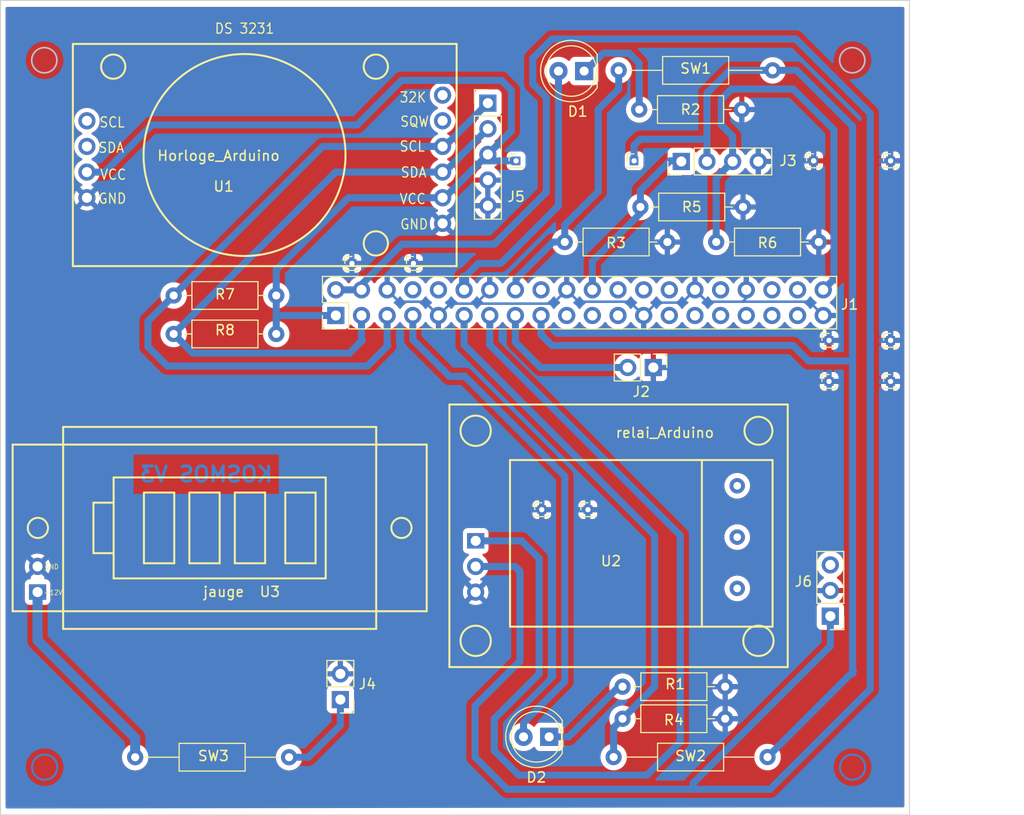
<source format=kicad_pcb>
(kicad_pcb (version 20211014) (generator pcbnew)
  (layers (0 "F.Cu" signal) (31 "B.Cu" signal) (34 "B.Paste" user) (35 "F.Paste" user) (36 "B.SilkS" user "B.Silkscreen") (37 "F.SilkS" user "F.Silkscreen") (38 "B.Mask" user) (39 "F.Mask" user) (44 "Edge.Cuts" user))
  (net 0 "")
  (net 1 "Net-(D1-Pad1)")
  (net 2 "GPIO18")
  (net 3 "Net-(D2-Pad1)")
  (net 4 "GPIO4")
  (net 5 "+5V")
  (net 6 "GND")
  (net 9 "GPIO17")
  (net 10 "GPIO23")
  (net 14 "GPIO25")
  (net 28 "GPIO21")
  (net 29 "Net-(J4-Pad1)")
  (net 36 "Net-(SW3-Pad1)")
  (net 37 "Net-(J1-Pad15)")
  (net 38 "GPIO2")
  (net 39 "GPIO3")
  (net 41 "unconnected-(J1-Pad13)")
  (net 42 "+3V3")
  (net 44 "GPIO27")
  (footprint "Connector_PinHeader_1.00mm:PinHeader_1x01_P1.00mm_Vertical" (layer "F.Cu") (at 175.768 78.74)
    (fp_text reference "REF**" hide)
    (fp_text value "PinHeader_1x01_P1.00mm_Vertical")
    (pad "1" thru_hole rect (at 0 0) (size 0.85 0.85) (drill 0.5) (layers *.Cu *.Mask) (net 6 "GND"))
    (pad "1" thru_hole rect (at 0 0) (size 0.85 0.85) (drill 0.5) (layers *.Cu *.Mask) (net 6 "GND"))
    (pad "1" thru_hole rect (at 0 0) (size 0.85 0.85) (drill 0.5) (layers *.Cu *.Mask) (net 6 "GND"))
    (pad "1" thru_hole rect (at 0 0) (size 0.85 0.85) (drill 0.5) (layers *.Cu *.Mask) (net 6 "GND"))
  )
  (footprint "Connector_PinHeader_1.00mm:PinHeader_1x01_P1.00mm_Vertical" (layer "F.Cu") (at 168.148 60.96)
    (fp_text reference "REF**" hide)
    (fp_text value "PinHeader_1x01_P1.00mm_Vertical")
    (pad "1" thru_hole rect (at 0 0) (size 0.85 0.85) (drill 0.5) (layers *.Cu *.Mask) (net 6 "GND"))
    (pad "1" thru_hole rect (at 0 0) (size 0.85 0.85) (drill 0.5) (layers *.Cu *.Mask) (net 6 "GND"))
    (pad "1" thru_hole rect (at 0 0) (size 0.85 0.85) (drill 0.5) (layers *.Cu *.Mask) (net 6 "GND"))
    (pad "1" thru_hole rect (at 0 0) (size 0.85 0.85) (drill 0.5) (layers *.Cu *.Mask) (net 6 "GND"))
  )
  (footprint "Connector_PinHeader_1.00mm:PinHeader_1x01_P1.00mm_Vertical" (layer "F.Cu") (at 145.796 95.504)
    (fp_text reference "REF**" hide)
    (fp_text value "PinHeader_1x01_P1.00mm_Vertical")
    (pad "1" thru_hole rect (at 0 0) (size 0.85 0.85) (drill 0.5) (layers *.Cu *.Mask) (net 6 "GND"))
    (pad "1" thru_hole rect (at 0 0) (size 0.85 0.85) (drill 0.5) (layers *.Cu *.Mask) (net 6 "GND"))
  )
  (footprint "Ma_librairie1:Rtc_arduino" (layer "F.Cu") (at 94.685 49.415)
    (fp_text reference "U1" (at 15.043 14.085 unlocked) (layer "F.SilkS"))
    (fp_text value "Horloge_Arduino" (at 14.535 11.037 unlocked) (layer "F.SilkS"))
    (fp_text user "VCC" (at 2.738536 12.328536) (layer "F.SilkS") (effects (font (size 1 0.9) (thickness 0.125)) (justify left top)))
    (fp_text user "SDA" (at 2.568788 9.66) (layer "F.SilkS") (effects (font (size 1 0.9) (thickness 0.125)) (justify left top)))
    (fp_text user "SDA" (at 32.509862 12.10463) (layer "F.SilkS") (effects (font (size 1 0.9) (thickness 0.125)) (justify left top)))
    (fp_text user "SCL" (at 32.395583 9.533349) (layer "F.SilkS") (effects (font (size 1 0.9) (thickness 0.125)) (justify left top)))
    (fp_text user "DS 3231" (at 14.096081 -2.13969) (layer "F.SilkS") (effects (font (size 1 0.9) (thickness 0.125)) (justify left top)))
    (fp_text user "SCL" (at 2.668782 7.147829) (layer "F.SilkS") (effects (font (size 1 0.9) (thickness 0.125)) (justify left top)))
    (fp_text user "GND" (at 32.452722 17.247192) (layer "F.SilkS") (effects (font (size 1 0.9) (thickness 0.125)) (justify left top)))
    (fp_text user "GND" (at 2.567117 14.697117) (layer "F.SilkS") (effects (font (size 1 0.9) (thickness 0.125)) (justify left top)))
    (fp_text user "SQW" (at 32.452722 7.076347) (layer "F.SilkS") (effects (font (size 1 0.9) (thickness 0.125)) (justify left top)))
    (fp_text user "VCC" (at 32.395583 14.733051) (layer "F.SilkS") (effects (font (size 1 0.9) (thickness 0.125)) (justify left top)))
    (fp_text user "32K" (at 32.395583 4.676485) (layer "F.SilkS") (effects (font (size 1 0.9) (thickness 0.125)) (justify left top)))
    (pad "1" thru_hole circle (at 1.5 7.58) (size 1.7 1.7) (drill 1) (layers *.Cu *.Mask))
    (pad "2" thru_hole circle (at 1.5 10.12) (size 1.7 1.7) (drill 1) (layers *.Cu *.Mask))
    (pad "3" thru_hole circle (at 1.5 12.66) (size 1.7 1.7) (drill 1) (layers *.Cu *.Mask) (net 42 "+3V3"))
    (pad "4" thru_hole circle (at 1.5 15.2) (size 1.7 1.7) (drill 1) (layers *.Cu *.Mask) (net 6 "GND"))
    (pad "5" thru_hole circle (at 36.72 17.74) (size 1.7 1.7) (drill 1) (layers *.Cu *.Mask) (net 6 "GND"))
    (pad "6" thru_hole circle (at 36.72 15.2) (size 1.7 1.7) (drill 1) (layers *.Cu *.Mask) (net 42 "+3V3"))
    (pad "7" thru_hole circle (at 36.72 12.66) (size 1.7 1.7) (drill 1) (layers *.Cu *.Mask) (net 38 "GPIO2"))
    (pad "8" thru_hole circle (at 36.72 10.12) (size 1.7 1.7) (drill 1) (layers *.Cu *.Mask) (net 39 "GPIO3"))
    (pad "9" thru_hole circle (at 36.72 7.58) (size 1.7 1.7) (drill 1) (layers *.Cu *.Mask))
    (pad "10" thru_hole circle (at 36.72 5.04) (size 1.7 1.7) (drill 1) (layers *.Cu *.Mask))
  )
  (footprint "Connector_PinHeader_1.00mm:PinHeader_1x01_P1.00mm_Vertical" (layer "F.Cu") (at 150.368 60.96)
    (fp_text reference "REF**" hide)
    (fp_text value "PinHeader_1x01_P1.00mm_Vertical")
    (pad "1" thru_hole rect (at 0 0) (size 0.85 0.85) (drill 0.5) (layers *.Cu *.Mask) (net 42 "+3V3"))
    (pad "1" thru_hole rect (at 0 0) (size 0.85 0.85) (drill 0.5) (layers *.Cu *.Mask) (net 42 "+3V3"))
  )
  (footprint "Resistor_THT:R_Axial_DIN0207_L6.3mm_D2.5mm_P15.24mm_Horizontal" (layer "F.Cu") (at 100.965 120.015)
    (fp_text reference "SW3" (at 7.747 -0.127) (layer "F.SilkS"))
    (fp_text value "SW_Reed")
    (pad "1" thru_hole circle (at 0 0) (size 1.6 1.6) (drill 0.8) (layers *.Cu *.Mask) (net 36 "Net-(SW3-Pad1)"))
    (pad "2" thru_hole oval (at 15.24 0) (size 1.6 1.6) (drill 0.8) (layers *.Cu *.Mask) (net 29 "Net-(J4-Pad1)"))
  )
  (footprint "Ma_librairie1:Relai_arduino" (layer "F.Cu") (at 132.08 85.09)
    (fp_text reference "U2" (at 16 15.5 unlocked) (layer "F.SilkS"))
    (fp_text value "relai_Arduino" (at 21.336 2.794 unlocked) (layer "F.SilkS"))
    (pad "1" thru_hole rect (at 2.6 13.5) (size 1.7 1.524) (drill 1) (layers *.Cu *.Mask) (net 44 "GPIO27"))
    (pad "2" thru_hole circle (at 2.6 16.04) (size 1.7 1.7) (drill 1) (layers *.Cu *.Mask) (net 5 "+5V"))
    (pad "3" thru_hole circle (at 2.6 18.58) (size 1.7 1.7) (drill 1) (layers *.Cu *.Mask) (net 6 "GND"))
    (pad "4" thru_hole circle (at 28.5 18.21) (size 1.524 1.524) (drill 0.762) (layers *.Cu *.Mask))
    (pad "5" thru_hole circle (at 28.5 13.13) (size 1.524 1.524) (drill 0.762) (layers *.Cu *.Mask))
    (pad "6" thru_hole circle (at 28.5 8.05) (size 1.524 1.524) (drill 0.762) (layers *.Cu *.Mask))
  )
  (footprint "Connector_PinHeader_1.00mm:PinHeader_1x01_P1.00mm_Vertical" (layer "F.Cu") (at 138.684 60.96)
    (fp_text reference "REF**" hide)
    (fp_text value "PinHeader_1x01_P1.00mm_Vertical")
    (pad "1" thru_hole rect (at 0 0) (size 0.85 0.85) (drill 0.5) (layers *.Cu *.Mask) (net 42 "+3V3"))
    (pad "1" thru_hole rect (at 0 0) (size 0.85 0.85) (drill 0.5) (layers *.Cu *.Mask) (net 42 "+3V3"))
  )
  (footprint "Ma_librairie1:Jauge_arduino" (layer "F.Cu") (at 88.758 87.15)
    (fp_text reference "U3" (at 25.542 16.482 unlocked) (layer "F.SilkS"))
    (fp_text value "jauge" (at 20.97 16.482 unlocked) (layer "F.SilkS"))
    (fp_text user "+12V" (at 3.156424 16.266353) (layer "F.SilkS") (effects (font (size 0.5 0.45) (thickness 0.0625)) (justify left top)))
    (fp_text user "GND" (at 3.213528 13.714811) (layer "F.SilkS") (effects (font (size 0.5 0.45) (thickness 0.0625)) (justify left top)))
    (pad "1" thru_hole rect (at 2.54 16.51) (size 1.7 1.524) (drill 1) (layers *.Cu *.Mask) (net 36 "Net-(SW3-Pad1)"))
    (pad "2" thru_hole circle (at 2.54 13.97) (size 1.7 1.7) (drill 1) (layers *.Cu *.Mask) (net 6 "GND"))
  )
  (footprint "Connector_PinHeader_2.54mm:PinHeader_2x20_P2.54mm_Vertical" (layer "F.Cu") (at 120.83619 76.275 90)
    (fp_text reference "J1" (at 1.091 50.86781) (layer "F.SilkS"))
    (fp_text value "Raspberry_Pi_2_3")
    (pad "1" thru_hole rect (at 0 0 90) (size 1.7 1.7) (drill 1) (layers *.Cu *.Mask) (net 42 "+3V3"))
    (pad "2" thru_hole oval (at 2.54 0 90) (size 1.7 1.7) (drill 1) (layers *.Cu *.Mask) (net 5 "+5V"))
    (pad "3" thru_hole oval (at 0 2.54 90) (size 1.7 1.7) (drill 1) (layers *.Cu *.Mask) (net 38 "GPIO2"))
    (pad "4" thru_hole oval (at 2.54 2.54 90) (size 1.7 1.7) (drill 1) (layers *.Cu *.Mask) (net 5 "+5V"))
    (pad "5" thru_hole oval (at 0 5.08 90) (size 1.7 1.7) (drill 1) (layers *.Cu *.Mask) (net 39 "GPIO3"))
    (pad "6" thru_hole oval (at 2.54 5.08 90) (size 1.7 1.7) (drill 1) (layers *.Cu *.Mask) (net 6 "GND"))
    (pad "7" thru_hole oval (at 0 7.62 90) (size 1.7 1.7) (drill 1) (layers *.Cu *.Mask) (net 4 "GPIO4"))
    (pad "8" thru_hole oval (at 2.54 7.62 90) (size 1.7 1.7) (drill 1) (layers *.Cu *.Mask))
    (pad "9" thru_hole oval (at 0 10.16 90) (size 1.7 1.7) (drill 1) (layers *.Cu *.Mask) (net 6 "GND"))
    (pad "10" thru_hole oval (at 2.54 10.16 90) (size 1.7 1.7) (drill 1) (layers *.Cu *.Mask))
    (pad "11" thru_hole oval (at 0 12.7 90) (size 1.7 1.7) (drill 1) (layers *.Cu *.Mask) (net 9 "GPIO17"))
    (pad "12" thru_hole oval (at 2.54 12.7 90) (size 1.7 1.7) (drill 1) (layers *.Cu *.Mask) (net 2 "GPIO18"))
    (pad "13" thru_hole oval (at 0 15.24 90) (size 1.7 1.7) (drill 1) (layers *.Cu *.Mask) (net 41 "unconnected-(J1-Pad13)"))
    (pad "14" thru_hole oval (at 2.54 15.24 90) (size 1.7 1.7) (drill 1) (layers *.Cu *.Mask) (net 6 "GND"))
    (pad "15" thru_hole oval (at 0 17.78 90) (size 1.7 1.7) (drill 1) (layers *.Cu *.Mask) (net 37 "Net-(J1-Pad15)"))
    (pad "16" thru_hole oval (at 2.54 17.78 90) (size 1.7 1.7) (drill 1) (layers *.Cu *.Mask) (net 10 "GPIO23"))
    (pad "17" thru_hole oval (at 0 20.32 90) (size 1.7 1.7) (drill 1) (layers *.Cu *.Mask) (net 42 "+3V3"))
    (pad "18" thru_hole oval (at 2.54 20.32 90) (size 1.7 1.7) (drill 1) (layers *.Cu *.Mask))
    (pad "19" thru_hole oval (at 0 22.86 90) (size 1.7 1.7) (drill 1) (layers *.Cu *.Mask))
    (pad "20" thru_hole oval (at 2.54 22.86 90) (size 1.7 1.7) (drill 1) (layers *.Cu *.Mask) (net 6 "GND"))
    (pad "21" thru_hole oval (at 0 25.4 90) (size 1.7 1.7) (drill 1) (layers *.Cu *.Mask))
    (pad "22" thru_hole oval (at 2.54 25.4 90) (size 1.7 1.7) (drill 1) (layers *.Cu *.Mask) (net 14 "GPIO25"))
    (pad "23" thru_hole oval (at 0 27.94 90) (size 1.7 1.7) (drill 1) (layers *.Cu *.Mask))
    (pad "24" thru_hole oval (at 2.54 27.94 90) (size 1.7 1.7) (drill 1) (layers *.Cu *.Mask))
    (pad "25" thru_hole oval (at 0 30.48 90) (size 1.7 1.7) (drill 1) (layers *.Cu *.Mask) (net 6 "GND"))
    (pad "26" thru_hole oval (at 2.54 30.48 90) (size 1.7 1.7) (drill 1) (layers *.Cu *.Mask))
    (pad "27" thru_hole oval (at 0 33.02 90) (size 1.7 1.7) (drill 1) (layers *.Cu *.Mask))
    (pad "28" thru_hole oval (at 2.54 33.02 90) (size 1.7 1.7) (drill 1) (layers *.Cu *.Mask))
    (pad "29" thru_hole oval (at 0 35.56 90) (size 1.7 1.7) (drill 1) (layers *.Cu *.Mask))
    (pad "30" thru_hole oval (at 2.54 35.56 90) (size 1.7 1.7) (drill 1) (layers *.Cu *.Mask) (net 6 "GND"))
    (pad "31" thru_hole oval (at 0 38.1 90) (size 1.7 1.7) (drill 1) (layers *.Cu *.Mask))
    (pad "32" thru_hole oval (at 2.54 38.1 90) (size 1.7 1.7) (drill 1) (layers *.Cu *.Mask))
    (pad "33" thru_hole oval (at 0 40.64 90) (size 1.7 1.7) (drill 1) (layers *.Cu *.Mask))
    (pad "34" thru_hole oval (at 2.54 40.64 90) (size 1.7 1.7) (drill 1) (layers *.Cu *.Mask) (net 6 "GND"))
    (pad "35" thru_hole oval (at 0 43.18 90) (size 1.7 1.7) (drill 1) (layers *.Cu *.Mask))
    (pad "36" thru_hole oval (at 2.54 43.18 90) (size 1.7 1.7) (drill 1) (layers *.Cu *.Mask))
    (pad "37" thru_hole oval (at 0 45.72 90) (size 1.7 1.7) (drill 1) (layers *.Cu *.Mask))
    (pad "38" thru_hole oval (at 2.54 45.72 90) (size 1.7 1.7) (drill 1) (layers *.Cu *.Mask))
    (pad "39" thru_hole oval (at 0 48.26 90) (size 1.7 1.7) (drill 1) (layers *.Cu *.Mask) (net 6 "GND"))
    (pad "40" thru_hole oval (at 2.54 48.26 90) (size 1.7 1.7) (drill 1) (layers *.Cu *.Mask) (net 28 "GPIO21"))
  )
  (footprint "Resistor_THT:R_Axial_DIN0207_L6.3mm_D2.5mm_P10.16mm_Horizontal" (layer "F.Cu") (at 149.225 113.03)
    (fp_text reference "R1" (at 5.207 -0.254) (layer "F.SilkS"))
    (fp_text value "220")
    (pad "1" thru_hole circle (at 0 0) (size 1.6 1.6) (drill 0.8) (layers *.Cu *.Mask) (net 3 "Net-(D2-Pad1)"))
    (pad "2" thru_hole oval (at 10.16 0) (size 1.6 1.6) (drill 0.8) (layers *.Cu *.Mask) (net 6 "GND"))
  )
  (footprint "Resistor_THT:R_Axial_DIN0207_L6.3mm_D2.5mm_P10.16mm_Horizontal" (layer "F.Cu") (at 143.50381 69)
    (fp_text reference "R3" (at 5.08 0.088) (layer "F.SilkS"))
    (fp_text value "1K")
    (pad "1" thru_hole circle (at 0 0) (size 1.6 1.6) (drill 0.8) (layers *.Cu *.Mask) (net 10 "GPIO23"))
    (pad "2" thru_hole oval (at 10.16 0) (size 1.6 1.6) (drill 0.8) (layers *.Cu *.Mask) (net 6 "GND"))
  )
  (footprint "Connector_PinHeader_2.54mm:PinHeader_1x05_P2.54mm_Vertical" (layer "F.Cu") (at 135.89 55.245)
    (fp_text reference "J5" (at 2.794 9.271) (layer "F.SilkS"))
    (fp_text value "Conn_01x05_Female")
    (pad "1" thru_hole rect (at 0 0) (size 1.7 1.7) (drill 1) (layers *.Cu *.Mask) (net 39 "GPIO3"))
    (pad "2" thru_hole oval (at 0 2.54) (size 1.7 1.7) (drill 1) (layers *.Cu *.Mask) (net 38 "GPIO2"))
    (pad "3" thru_hole oval (at 0 5.08) (size 1.7 1.7) (drill 1) (layers *.Cu *.Mask) (net 42 "+3V3"))
    (pad "4" thru_hole oval (at 0 7.62) (size 1.7 1.7) (drill 1) (layers *.Cu *.Mask) (net 6 "GND"))
    (pad "5" thru_hole oval (at 0 10.16) (size 1.7 1.7) (drill 1) (layers *.Cu *.Mask) (net 6 "GND"))
  )
  (footprint "Connector_PinHeader_1.00mm:PinHeader_1x01_P1.00mm_Vertical" (layer "F.Cu") (at 141.224 95.504)
    (fp_text reference "REF**" hide)
    (fp_text value "PinHeader_1x01_P1.00mm_Vertical")
    (pad "1" thru_hole rect (at 0 0) (size 0.85 0.85) (drill 0.5) (layers *.Cu *.Mask) (net 6 "GND"))
    (pad "1" thru_hole rect (at 0 0) (size 0.85 0.85) (drill 0.5) (layers *.Cu *.Mask) (net 6 "GND"))
  )
  (footprint "Resistor_THT:R_Axial_DIN0207_L6.3mm_D2.5mm_P10.16mm_Horizontal" (layer "F.Cu") (at 158.5 69)
    (fp_text reference "R6" (at 5.08 0.088) (layer "F.SilkS"))
    (fp_text value "1K")
    (pad "1" thru_hole circle (at 0 0) (size 1.6 1.6) (drill 0.8) (layers *.Cu *.Mask) (net 28 "GPIO21"))
    (pad "2" thru_hole oval (at 10.16 0) (size 1.6 1.6) (drill 0.8) (layers *.Cu *.Mask) (net 6 "GND"))
  )
  (footprint "Resistor_THT:R_Axial_DIN0207_L6.3mm_D2.5mm_P10.16mm_Horizontal" (layer "F.Cu") (at 149.225 116.205)
    (fp_text reference "R4" (at 5.08 0.127) (layer "F.SilkS"))
    (fp_text value "1K")
    (pad "1" thru_hole circle (at 0 0) (size 1.6 1.6) (drill 0.8) (layers *.Cu *.Mask) (net 9 "GPIO17"))
    (pad "2" thru_hole oval (at 10.16 0) (size 1.6 1.6) (drill 0.8) (layers *.Cu *.Mask) (net 6 "GND"))
  )
  (footprint "LED_THT:LED_D5.0mm_FlatTop" (layer "F.Cu") (at 145.42 52.07 180)
    (fp_text reference "D1" (at 0.64 -4.01) (layer "F.SilkS"))
    (fp_text value "LED_R_DROITE")
    (pad "1" thru_hole rect (at 0 0 180) (size 1.8 1.8) (drill 0.9) (layers *.Cu *.Mask) (net 1 "Net-(D1-Pad1)"))
    (pad "2" thru_hole circle (at 2.54 0 180) (size 1.8 1.8) (drill 0.9) (layers *.Cu *.Mask) (net 2 "GPIO18"))
  )
  (footprint "Connector_PinHeader_2.54mm:PinHeader_1x02_P2.54mm_Vertical" (layer "F.Cu") (at 121.285 114.305 180)
    (property "Reference" "J?")
    (property "Value" "12v_conv")
    (fp_text reference "J4" (at -2.667 1.529 180) (layer "F.SilkS"))
    (fp_text value "12v_conv")
    (pad "1" thru_hole rect (at 0 0 180) (size 1.7 1.7) (drill 1) (layers *.Cu *.Mask) (net 29 "Net-(J4-Pad1)"))
    (pad "2" thru_hole oval (at 0 2.54 180) (size 1.7 1.7) (drill 1) (layers *.Cu *.Mask) (net 6 "GND"))
  )
  (footprint "Resistor_THT:R_Axial_DIN0207_L6.3mm_D2.5mm_P10.16mm_Horizontal" (layer "F.Cu") (at 114.935 78.105 180)
    (fp_text reference "R8" (at 5.08 0.381) (layer "F.SilkS"))
    (fp_text value "1K")
    (pad "1" thru_hole circle (at 0 0 180) (size 1.6 1.6) (drill 0.8) (layers *.Cu *.Mask) (net 42 "+3V3"))
    (pad "2" thru_hole oval (at 10.16 0 180) (size 1.6 1.6) (drill 0.8) (layers *.Cu *.Mask) (net 38 "GPIO2"))
  )
  (footprint "LED_THT:LED_D5.0mm_FlatTop" (layer "F.Cu") (at 141.96119 118 180)
    (fp_text reference "D2" (at 1.27 -4.01) (layer "F.SilkS"))
    (fp_text value "LED_V_GAUCHE")
    (pad "1" thru_hole rect (at 0 0 180) (size 1.8 1.8) (drill 0.9) (layers *.Cu *.Mask) (net 3 "Net-(D2-Pad1)"))
    (pad "2" thru_hole circle (at 2.54 0 180) (size 1.8 1.8) (drill 0.9) (layers *.Cu *.Mask) (net 4 "GPIO4"))
  )
  (footprint "Connector_PinHeader_2.54mm:PinHeader_1x03_P2.54mm_Vertical" (layer "F.Cu") (at 169.8 106.05 180)
    (property "Reference" "J?")
    (property "Value" "5v_conv")
    (fp_text reference "J6" (at 2.668 3.434 180) (layer "F.SilkS"))
    (fp_text value "5v_conv")
    (pad "1" thru_hole rect (at 0 0 180) (size 1.7 1.7) (drill 1) (layers *.Cu *.Mask) (net 5 "+5V"))
    (pad "2" thru_hole oval (at 0 2.54 180) (size 1.7 1.7) (drill 1) (layers *.Cu *.Mask) (net 6 "GND"))
    (pad "3" thru_hole oval (at 0 5.08 180) (size 1.7 1.7) (drill 1) (layers *.Cu *.Mask))
  )
  (footprint "Connector_PinHeader_1.00mm:PinHeader_1x01_P1.00mm_Vertical" (layer "F.Cu") (at 175.768 60.96)
    (fp_text reference "REF**" hide)
    (fp_text value "PinHeader_1x01_P1.00mm_Vertical")
    (pad "1" thru_hole rect (at 0 0) (size 0.85 0.85) (drill 0.5) (layers *.Cu *.Mask) (net 6 "GND"))
    (pad "1" thru_hole rect (at 0 0) (size 0.85 0.85) (drill 0.5) (layers *.Cu *.Mask) (net 6 "GND"))
    (pad "1" thru_hole rect (at 0 0) (size 0.85 0.85) (drill 0.5) (layers *.Cu *.Mask) (net 6 "GND"))
    (pad "1" thru_hole rect (at 0 0) (size 0.85 0.85) (drill 0.5) (layers *.Cu *.Mask) (net 6 "GND"))
  )
  (footprint "Resistor_THT:R_Axial_DIN0207_L6.3mm_D2.5mm_P10.16mm_Horizontal" (layer "F.Cu") (at 114.935 74.295 180)
    (fp_text reference "R7" (at 5.08 0.127) (layer "F.SilkS"))
    (fp_text value "1K")
    (pad "1" thru_hole circle (at 0 0 180) (size 1.6 1.6) (drill 0.8) (layers *.Cu *.Mask) (net 42 "+3V3"))
    (pad "2" thru_hole oval (at 10.16 0 180) (size 1.6 1.6) (drill 0.8) (layers *.Cu *.Mask) (net 39 "GPIO3"))
  )
  (footprint "Connector_PinHeader_2.54mm:PinHeader_1x04_P2.54mm_Vertical" (layer "F.Cu") (at 155.045 61.025 90)
    (property "Reference" "J3")
    (property "Value" "FACADE")
    (fp_text reference "J3" (at 0.065 10.563) (layer "F.SilkS"))
    (fp_text value "FACADE")
    (pad "1" thru_hole rect (at 0 0 90) (size 1.7 1.7) (drill 1) (layers *.Cu *.Mask) (net 14 "GPIO25"))
    (pad "2" thru_hole oval (at 0 2.54 90) (size 1.7 1.7) (drill 1) (layers *.Cu *.Mask) (net 42 "+3V3"))
    (pad "3" thru_hole oval (at 0 5.08 90) (size 1.7 1.7) (drill 1) (layers *.Cu *.Mask) (net 28 "GPIO21"))
    (pad "4" thru_hole oval (at 0 7.62 90) (size 1.7 1.7) (drill 1) (layers *.Cu *.Mask) (net 6 "GND"))
  )
  (footprint "Connector_PinHeader_1.00mm:PinHeader_1x01_P1.00mm_Vertical" (layer "F.Cu") (at 169.672 82.804)
    (fp_text reference "REF**" hide)
    (fp_text value "PinHeader_1x01_P1.00mm_Vertical")
    (pad "1" thru_hole rect (at 0 0) (size 0.85 0.85) (drill 0.5) (layers *.Cu *.Mask) (net 6 "GND"))
    (pad "1" thru_hole rect (at 0 0) (size 0.85 0.85) (drill 0.5) (layers *.Cu *.Mask) (net 6 "GND"))
  )
  (footprint "Connector_PinHeader_2.54mm:PinHeader_1x02_P2.54mm_Vertical" (layer "F.Cu") (at 152.275 81.425 -90)
    (property "Reference" "J2")
    (property "Value" "CDE_ESP")
    (fp_text reference "J2" (at 2.395 1.195) (layer "F.SilkS"))
    (fp_text value "CDE_ESP")
    (pad "1" thru_hole rect (at 0 0 270) (size 1.7 1.7) (drill 1) (layers *.Cu *.Mask) (net 6 "GND"))
    (pad "2" thru_hole oval (at 0 2.54 270) (size 1.7 1.7) (drill 1) (layers *.Cu *.Mask) (net 37 "Net-(J1-Pad15)"))
  )
  (footprint "Connector_PinHeader_1.00mm:PinHeader_1x01_P1.00mm_Vertical" (layer "F.Cu") (at 175.768 82.804)
    (fp_text reference "REF**" hide)
    (fp_text value "PinHeader_1x01_P1.00mm_Vertical")
    (pad "1" thru_hole rect (at 0 0) (size 0.85 0.85) (drill 0.5) (layers *.Cu *.Mask) (net 6 "GND"))
    (pad "1" thru_hole rect (at 0 0) (size 0.85 0.85) (drill 0.5) (layers *.Cu *.Mask) (net 6 "GND"))
  )
  (footprint "Resistor_THT:R_Axial_DIN0207_L6.3mm_D2.5mm_P15.24mm_Horizontal" (layer "F.Cu") (at 148.844 52)
    (fp_text reference "SW1" (at 7.62 -0.184) (layer "F.SilkS"))
    (fp_text value "DROITE")
    (pad "1" thru_hole circle (at 0 0) (size 1.6 1.6) (drill 0.8) (layers *.Cu *.Mask) (net 10 "GPIO23"))
    (pad "2" thru_hole oval (at 15.24 0) (size 1.6 1.6) (drill 0.8) (layers *.Cu *.Mask) (net 42 "+3V3"))
  )
  (footprint "Connector_PinHeader_1.00mm:PinHeader_1x01_P1.00mm_Vertical" (layer "F.Cu") (at 169.672 78.74)
    (fp_text reference "REF**" hide)
    (fp_text value "PinHeader_1x01_P1.00mm_Vertical")
    (pad "1" thru_hole rect (at 0 0) (size 0.85 0.85) (drill 0.5) (layers *.Cu *.Mask) (net 6 "GND"))
    (pad "1" thru_hole rect (at 0 0) (size 0.85 0.85) (drill 0.5) (layers *.Cu *.Mask) (net 6 "GND"))
  )
  (footprint "Resistor_THT:R_Axial_DIN0207_L6.3mm_D2.5mm_P10.16mm_Horizontal" (layer "F.Cu") (at 150.995 65.532)
    (fp_text reference "R5" (at 5.08 0) (layer "F.SilkS"))
    (fp_text value "1K")
    (pad "1" thru_hole circle (at 0 0) (size 1.6 1.6) (drill 0.8) (layers *.Cu *.Mask) (net 14 "GPIO25"))
    (pad "2" thru_hole oval (at 10.16 0) (size 1.6 1.6) (drill 0.8) (layers *.Cu *.Mask) (net 6 "GND"))
  )
  (footprint "Connector_PinHeader_1.00mm:PinHeader_1x01_P1.00mm_Vertical" (layer "F.Cu") (at 122.428 71.12)
    (fp_text reference "REF**" hide)
    (fp_text value "PinHeader_1x01_P1.00mm_Vertical")
    (pad "1" thru_hole rect (at 0 0) (size 0.85 0.85) (drill 0.5) (layers *.Cu *.Mask) (net 6 "GND"))
    (pad "1" thru_hole rect (at 0 0) (size 0.85 0.85) (drill 0.5) (layers *.Cu *.Mask) (net 6 "GND"))
  )
  (footprint "Resistor_THT:R_Axial_DIN0207_L6.3mm_D2.5mm_P15.24mm_Horizontal" (layer "F.Cu") (at 148.34119 120)
    (fp_text reference "SW2" (at 7.62 -0.112) (layer "F.SilkS"))
    (fp_text value "GAUCHE")
    (pad "1" thru_hole circle (at 0 0) (size 1.6 1.6) (drill 0.8) (layers *.Cu *.Mask) (net 9 "GPIO17"))
    (pad "2" thru_hole oval (at 15.24 0) (size 1.6 1.6) (drill 0.8) (layers *.Cu *.Mask) (net 42 "+3V3"))
  )
  (footprint "Connector_PinHeader_1.00mm:PinHeader_1x01_P1.00mm_Vertical" (layer "F.Cu") (at 128.524 71.12)
    (fp_text reference "REF**" hide)
    (fp_text value "PinHeader_1x01_P1.00mm_Vertical")
    (pad "1" thru_hole rect (at 0 0) (size 0.85 0.85) (drill 0.5) (layers *.Cu *.Mask) (net 6 "GND"))
    (pad "1" thru_hole rect (at 0 0) (size 0.85 0.85) (drill 0.5) (layers *.Cu *.Mask) (net 6 "GND"))
  )
  (footprint "Resistor_THT:R_Axial_DIN0207_L6.3mm_D2.5mm_P10.16mm_Horizontal" (layer "F.Cu") (at 150.876 55.88)
    (fp_text reference "R2" (at 5.08 0) (layer "F.SilkS"))
    (fp_text value "220")
    (pad "1" thru_hole circle (at 0 0) (size 1.6 1.6) (drill 0.8) (layers *.Cu *.Mask) (net 1 "Net-(D1-Pad1)"))
    (pad "2" thru_hole oval (at 10.16 0) (size 1.6 1.6) (drill 0.8) (layers *.Cu *.Mask) (net 6 "GND"))
  )
  (gr_circle (center 92 51) (end 93.25 51) (layer "B.Cu") (width 0.2) (fill none))
  (gr_circle (center 172 51) (end 173.25 51) (layer "B.Cu") (width 0.2) (fill none))
  (gr_circle (center 92 121) (end 93.25 121) (layer "B.Cu") (width 0.2) (fill none))
  (gr_circle (center 172 121) (end 173.25 121) (layer "B.Cu") (width 0.2) (fill none))
  (gr_circle (center 171.96119 51) (end 173.21119 51) (layer "B.SilkS") (width 0.15) (fill none))
  (gr_circle (center 91.96119 51) (end 93.21119 51) (layer "B.SilkS") (width 0.15) (fill none))
  (gr_line (start 87.63 45.085) (end 177.63 45.085) (layer "Edge.Cuts") (width 0.1))
  (gr_line (start 177.63 45.085) (end 177.63 125.73) (layer "Edge.Cuts") (width 0.1))
  (gr_line (start 87.63 45.085) (end 87.63 125.73) (layer "Edge.Cuts") (width 0.1))
  (gr_line (start 87.63 125.73) (end 177.63 125.73) (layer "Edge.Cuts") (width 0.1))
  (gr_text "KOSMOS V3" (at 108 92) (layer "B.Cu") (effects (font (size 1.5 1.5) (thickness 0.3)) (justify mirror)))
  (segment (start 150.876 51.308) (end 150.876 55.88) (width 0.7) (layer "B.Cu") (net 1))
  (segment (start 149.86 50.292) (end 150.876 51.308) (width 0.7) (layer "B.Cu") (net 1))
  (segment (start 147.32 50.292) (end 149.86 50.292) (width 0.7) (layer "B.Cu") (net 1))
  (segment (start 145.542 52.07) (end 147.32 50.292) (width 0.7) (layer "B.Cu") (net 1))
  (segment (start 145.42 52.07) (end 145.542 52.07) (width 0.7) (layer "B.Cu") (net 1))
  (segment (start 133.53619 72.532919) (end 134.949109 71.12) (width 0.7) (layer "B.Cu") (net 2))
  (segment (start 133.53619 73.735) (end 133.53619 72.532919) (width 1) (layer "B.Cu") (net 2))
  (segment (start 137.16 71.12) (end 142.88 65.4) (width 0.7) (layer "B.Cu") (net 2))
  (segment (start 134.949109 71.12) (end 137.16 71.12) (width 0.7) (layer "B.Cu") (net 2))
  (segment (start 142.88 65.4) (end 142.88 52.07) (width 0.7) (layer "B.Cu") (net 2))
  (segment (start 143.88119 118) (end 148.85119 113.03) (width 0.7) (layer "B.Cu") (net 3))
  (segment (start 141.96119 118) (end 143.88119 118) (width 0.7) (layer "B.Cu") (net 3))
  (segment (start 148.85119 113.03) (end 149.225 113.03) (width 0.7) (layer "B.Cu") (net 3))
  (segment (start 139.42119 116.606905) (end 143.51 112.518095) (width 0.7) (layer "B.Cu") (net 4))
  (segment (start 132.08 82.296) (end 128.45619 78.67219) (width 0.7) (layer "B.Cu") (net 4))
  (segment (start 143.51 112.518095) (end 143.51 92.202) (width 0.7) (layer "B.Cu") (net 4))
  (segment (start 143.51 92.202) (end 133.604 82.296) (width 0.7) (layer "B.Cu") (net 4))
  (segment (start 133.604 82.296) (end 132.08 82.296) (width 0.7) (layer "B.Cu") (net 4))
  (segment (start 139.42119 118) (end 139.42119 116.606905) (width 0.7) (layer "B.Cu") (net 4))
  (segment (start 128.45619 78.67219) (end 128.45619 76.275) (width 0.7) (layer "B.Cu") (net 4))
  (segment (start 139.065 101.6) (end 139.065 110.49) (width 0.7) (layer "B.Cu") (net 5))
  (segment (start 142.24 48.895) (end 140.335 50.8) (width 0.7) (layer "B.Cu") (net 5))
  (segment (start 141.68048 64.05952) (end 136.525 69.215) (width 0.7) (layer "B.Cu") (net 5))
  (segment (start 166.37 48.895) (end 142.24 48.895) (width 0.7) (layer "B.Cu") (net 5))
  (segment (start 141.68048 54.68548) (end 141.68048 64.05952) (width 0.7) (layer "B.Cu") (net 5))
  (segment (start 134.62 114.935) (end 134.62 120.015) (width 0.7) (layer "B.Cu") (net 5))
  (segment (start 156.21 122.59) (end 169.8 109) (width 0.7) (layer "B.Cu") (net 5))
  (segment (start 163.83 123.19) (end 173.75 113.27) (width 0.7) (layer "B.Cu") (net 5))
  (segment (start 134.68 101.13) (end 138.595 101.13) (width 0.7) (layer "B.Cu") (net 5))
  (segment (start 139.065 110.49) (end 134.62 114.935) (width 0.7) (layer "B.Cu") (net 5))
  (segment (start 156.21 123.19) (end 156.21 122.59) (width 0.7) (layer "B.Cu") (net 5))
  (segment (start 134.62 120.015) (end 137.795 123.19) (width 0.7) (layer "B.Cu") (net 5))
  (segment (start 127.381 69.215) (end 123.37619 73.21981) (width 0.7) (layer "B.Cu") (net 5))
  (segment (start 140.335 53.34) (end 141.68048 54.68548) (width 0.7) (layer "B.Cu") (net 5))
  (segment (start 123.37619 73.21981) (end 123.37619 73.735) (width 0.7) (layer "B.Cu") (net 5))
  (segment (start 173.75 56.275) (end 166.37 48.895) (width 0.7) (layer "B.Cu") (net 5))
  (segment (start 137.795 123.19) (end 163.83 123.19) (width 0.7) (layer "B.Cu") (net 5))
  (segment (start 138.595 101.13) (end 139.065 101.6) (width 0.7) (layer "B.Cu") (net 5))
  (segment (start 136.525 69.215) (end 127.381 69.215) (width 0.7) (layer "B.Cu") (net 5))
  (segment (start 169.8 109) (end 169.8 106.05) (width 0.7) (layer "B.Cu") (net 5))
  (segment (start 173.75 113.27) (end 173.75 56.275) (width 0.7) (layer "B.Cu") (net 5))
  (segment (start 140.335 50.8) (end 140.335 53.34) (width 0.7) (layer "B.Cu") (net 5))
  (segment (start 120.83619 73.735) (end 123.37619 73.735) (width 0.7) (layer "B.Cu") (net 5))
  (segment (start 155.13119 75) (end 156.39619 73.735) (width 0.25) (layer "B.Cu") (net 6))
  (segment (start 161.47619 73.735) (end 161.47619 74.54881) (width 0.25) (layer "B.Cu") (net 6))
  (segment (start 149.950701 74.909511) (end 144.870701 74.909511) (width 0.25) (layer "B.Cu") (net 6))
  (segment (start 142.330701 75.100489) (end 143.69619 73.735) (width 0.25) (layer "B.Cu") (net 6))
  (segment (start 161.115489 74.909511) (end 157.570701 74.909511) (width 0.25) (layer "B.Cu") (net 6))
  (segment (start 126 73.81881) (end 125.91619 73.735) (width 0.25) (layer "B.Cu") (net 6))
  (segment (start 169.09619 76.275) (end 167.730701 74.909511) (width 0.25) (layer "B.Cu") (net 6))
  (segment (start 132.170701 75.100489) (end 130.99619 76.275) (width 0.25) (layer "B.Cu") (net 6))
  (segment (start 134.710701 75.100489) (end 132.170701 75.100489) (width 0.25) (layer "B.Cu") (net 6))
  (segment (start 151.31619 76.275) (end 152.59119 75) (width 0.25) (layer "B.Cu") (net 6))
  (segment (start 157.570701 74.909511) (end 156.39619 73.735) (width 0.25) (layer "B.Cu") (net 6))
  (segment (start 161.47619 74.54881) (end 161.115489 74.909511) (width 0.25) (layer "B.Cu") (net 6))
  (segment (start 167.730701 74.909511) (end 161.115489 74.909511) (width 0.25) (layer "B.Cu") (net 6))
  (segment (start 134.710701 75.100489) (end 142.330701 75.100489) (width 0.25) (layer "B.Cu") (net 6))
  (segment (start 151.31619 76.275) (end 149.950701 74.909511) (width 0.25) (layer "B.Cu") (net 6))
  (segment (start 129.630701 74.909511) (end 127.090701 74.909511) (width 0.25) (layer "B.Cu") (net 6))
  (segment (start 136.07619 73.735) (end 134.710701 75.100489) (width 0.25) (layer "B.Cu") (net 6))
  (segment (start 127.090701 74.909511) (end 125.91619 73.735) (width 0.25) (layer "B.Cu") (net 6))
  (segment (start 152.59119 75) (end 155.13119 75) (width 0.25) (layer "B.Cu") (net 6))
  (segment (start 130.99619 76.275) (end 129.630701 74.909511) (width 0.25) (layer "B.Cu") (net 6))
  (segment (start 144.870701 74.909511) (end 143.69619 73.735) (width 0.25) (layer "B.Cu") (net 6))
  (segment (start 133.53619 79.18019) (end 133.53619 76.275) (width 0.7) (layer "B.Cu") (net 9))
  (segment (start 148.34119 120) (end 148.34119 117.08881) (width 0.7) (layer "B.Cu") (net 9))
  (segment (start 152.4 113.03) (end 152.4 98.044) (width 0.7) (layer "B.Cu") (net 9))
  (segment (start 148.34119 117.08881) (end 152.4 113.03) (width 0.7) (layer "B.Cu") (net 9))
  (segment (start 152.4 98.044) (end 133.53619 79.18019) (width 0.7) (layer "B.Cu") (net 9))
  (segment (start 142.328 69) (end 143.50381 69) (width 0.7) (layer "B.Cu") (net 10))
  (segment (start 146.812 64.008) (end 146.812 55.88) (width 0.7) (layer "B.Cu") (net 10))
  (segment (start 138.61619 73.735) (end 138.684 73.66719) (width 1) (layer "B.Cu") (net 10))
  (segment (start 138.684 73.66719) (end 138.684 72.644) (width 0.7) (layer "B.Cu") (net 10))
  (segment (start 148.844 53.848) (end 148.844 52) (width 0.7) (layer "B.Cu") (net 10))
  (segment (start 143.50381 69) (end 143.50381 67.31619) (width 0.7) (layer "B.Cu") (net 10))
  (segment (start 138.61619 73.735) (end 138.43 73.54881) (width 1) (layer "B.Cu") (net 10))
  (segment (start 146.812 55.88) (end 148.844 53.848) (width 0.7) (layer "B.Cu") (net 10))
  (segment (start 143.50381 67.31619) (end 146.812 64.008) (width 0.7) (layer "B.Cu") (net 10))
  (segment (start 138.684 72.644) (end 142.328 69) (width 0.7) (layer "B.Cu") (net 10))
  (segment (start 146.23619 73.735) (end 146.23619 70.90881) (width 0.7) (layer "B.Cu") (net 14))
  (segment (start 150.995 66.15) (end 150.995 65.532) (width 0.7) (layer "B.Cu") (net 14))
  (segment (start 153.924 60.96) (end 154.98 60.96) (width 0.7) (layer "B.Cu") (net 14))
  (segment (start 150.995 63.889) (end 153.924 60.96) (width 0.7) (layer "B.Cu") (net 14))
  (segment (start 154.98 60.96) (end 155.045 61.025) (width 0.7) (layer "B.Cu") (net 14))
  (segment (start 146.23619 70.90881) (end 150.995 66.15) (width 0.7) (layer "B.Cu") (net 14))
  (segment (start 150.995 65.532) (end 150.995 63.889) (width 0.7) (layer "B.Cu") (net 14))
  (segment (start 159.004 57.404) (end 160.125 58.525) (width 0.7) (layer "B.Cu") (net 28))
  (segment (start 169.09619 73.735) (end 170.159511 72.671679) (width 0.7) (layer "B.Cu") (net 28))
  (segment (start 166.116 53.848) (end 160.02 53.848) (width 0.7) (layer "B.Cu") (net 28))
  (segment (start 170.159511 57.891511) (end 166.116 53.848) (width 0.7) (layer "B.Cu") (net 28))
  (segment (start 160.125 58.525) (end 160.125 61.025) (width 0.7) (layer "B.Cu") (net 28))
  (segment (start 159.004 54.864) (end 159.004 57.404) (width 0.7) (layer "B.Cu") (net 28))
  (segment (start 170.159511 72.671679) (end 170.159511 57.891511) (width 0.7) (layer "B.Cu") (net 28))
  (segment (start 160.02 53.848) (end 159.004 54.864) (width 0.7) (layer "B.Cu") (net 28))
  (segment (start 160.125 61.025) (end 158.5 62.65) (width 0.7) (layer "B.Cu") (net 28))
  (segment (start 158.5 62.65) (end 158.5 69) (width 0.7) (layer "B.Cu") (net 28))
  (segment (start 118.11 120.015) (end 121.285 116.84) (width 0.7) (layer "B.Cu") (net 29))
  (segment (start 116.205 120.015) (end 118.11 120.015) (width 0.7) (layer "B.Cu") (net 29))
  (segment (start 121.285 116.84) (end 121.285 114.305) (width 0.7) (layer "B.Cu") (net 29))
  (segment (start 91.298 108.443) (end 100.965 118.11) (width 1) (layer "B.Cu") (net 36))
  (segment (start 100.965 118.11) (end 100.965 120.015) (width 1) (layer "B.Cu") (net 36))
  (segment (start 91.298 103.66) (end 91.298 108.443) (width 1) (layer "B.Cu") (net 36))
  (segment (start 149.735 81.425) (end 141.115 81.425) (width 0.7) (layer "B.Cu") (net 37))
  (segment (start 138.61619 78.92619) (end 138.61619 76.275) (width 0.7) (layer "B.Cu") (net 37))
  (segment (start 141.115 81.425) (end 138.61619 78.92619) (width 0.7) (layer "B.Cu") (net 37))
  (segment (start 106.68 80.01) (end 104.775 78.105) (width 0.7) (layer "B.Cu") (net 38))
  (segment (start 131.405 62.075) (end 131.6 62.075) (width 1) (layer "B.Cu") (net 38))
  (segment (start 123.37619 78.67219) (end 123.37619 76.275) (width 0.7) (layer "B.Cu") (net 38))
  (segment (start 104.775 78.105) (end 120.805 62.075) (width 0.7) (layer "B.Cu") (net 38))
  (segment (start 122.174 80.01) (end 123.444 78.74) (width 0.7) (layer "B.Cu") (net 38))
  (segment (start 131.6 62.075) (end 135.89 57.785) (width 0.7) (layer "B.Cu") (net 38))
  (segment (start 123.444 78.74) (end 123.37619 78.67219) (width 0.7) (layer "B.Cu") (net 38))
  (segment (start 120.805 62.075) (end 131.405 62.075) (width 0.7) (layer "B.Cu") (net 38))
  (segment (start 106.68 80.01) (end 122.174 80.01) (width 0.7) (layer "B.Cu") (net 38))
  (segment (start 102.235 76.835) (end 119.535 59.535) (width 0.7) (layer "B.Cu") (net 39))
  (segment (start 125.91619 79.18019) (end 125.91619 76.275) (width 0.7) (layer "B.Cu") (net 39))
  (segment (start 102.235 79.375) (end 102.235 76.835) (width 0.7) (layer "B.Cu") (net 39))
  (segment (start 119.535 59.535) (end 131.405 59.535) (width 0.7) (layer "B.Cu") (net 39))
  (segment (start 131.6 59.535) (end 135.89 55.245) (width 0.7) (layer "B.Cu") (net 39))
  (segment (start 104.14 81.28) (end 102.235 79.375) (width 0.7) (layer "B.Cu") (net 39))
  (segment (start 131.405 59.535) (end 131.6 59.535) (width 1) (layer "B.Cu") (net 39))
  (segment (start 104.14 81.28) (end 123.952 81.28) (width 0.7) (layer "B.Cu") (net 39))
  (segment (start 123.952 81.28) (end 125.984 79.248) (width 0.7) (layer "B.Cu") (net 39))
  (segment (start 125.984 79.248) (end 125.91619 79.18019) (width 0.7) (layer "B.Cu") (net 39))
  (segment (start 136.525 119.38) (end 138.938 121.793) (width 0.7) (layer "B.Cu") (net 41))
  (segment (start 151.638 121.793) (end 154.94 118.491) (width 0.7) (layer "B.Cu") (net 41))
  (segment (start 140.97 111.76) (end 136.525 116.205) (width 0.7) (layer "B.Cu") (net 41))
  (segment (start 136.07619 79.18019) (end 136.07619 76.275) (width 0.7) (layer "B.Cu") (net 41))
  (segment (start 139.23 98.59) (end 140.97 100.33) (width 0.7) (layer "B.Cu") (net 41))
  (segment (start 134.68 98.59) (end 139.23 98.59) (width 0.7) (layer "B.Cu") (net 41))
  (segment (start 154.94 98.044) (end 136.07619 79.18019) (width 0.7) (layer "B.Cu") (net 41))
  (segment (start 154.94 118.491) (end 154.94 98.044) (width 0.7) (layer "B.Cu") (net 41))
  (segment (start 136.525 116.205) (end 136.525 119.38) (width 0.7) (layer "B.Cu") (net 41))
  (segment (start 138.938 121.793) (end 151.638 121.793) (width 0.7) (layer "B.Cu") (net 41))
  (segment (start 135.96119 76.39) (end 136.07619 76.275) (width 1) (layer "B.Cu") (net 41))
  (segment (start 140.97 100.33) (end 140.97 111.76) (width 0.7) (layer "B.Cu") (net 41))
  (segment (start 138.212103 58.002897) (end 138.212103 53.975) (width 0.7) (layer "B.Cu") (net 42))
  (segment (start 122.936 57.404) (end 102.616 57.404) (width 0.7) (layer "B.Cu") (net 42))
  (segment (start 157.585 58.823) (end 157.585 54.251) (width 0.7) (layer "B.Cu") (net 42))
  (segment (start 150.368 60.96) (end 150.368 59.436) (width 0.7) (layer "B.Cu") (net 42))
  (segment (start 122.075 64.615) (end 114.935 71.755) (width 0.7) (layer "B.Cu") (net 42))
  (segment (start 166.4586 52) (end 172 57.5414) (width 0.7) (layer "B.Cu") (net 42))
  (segment (start 157.585 61.025) (end 157.585 58.823) (width 0.7) (layer "B.Cu") (net 42))
  (segment (start 172 81.5) (end 172 111.76) (width 0.7) (layer "B.Cu") (net 42))
  (segment (start 131.6 64.615) (end 135.89 60.325) (width 0.7) (layer "B.Cu") (net 42))
  (segment (start 159.836 52) (end 163.58119 52) (width 0.7) (layer "B.Cu") (net 42))
  (segment (start 137.230592 52.993489) (end 127.346511 52.993489) (width 0.7) (layer "B.Cu") (net 42))
  (segment (start 172.085 111.49619) (end 163.58119 120) (width 0.7) (layer "B.Cu") (net 42))
  (segment (start 150.368 59.436) (end 150.981 58.823) (width 0.7) (layer "B.Cu") (net 42))
  (segment (start 131.405 64.615) (end 122.075 64.615) (width 0.7) (layer "B.Cu") (net 42))
  (segment (start 150.981 58.823) (end 157.585 58.823) (width 0.7) (layer "B.Cu") (net 42))
  (segment (start 141.15619 76.275) (end 141.15619 78.16419) (width 0.7) (layer "B.Cu") (net 42))
  (segment (start 115.01 76.275) (end 114.935 76.2) (width 0.7) (layer "B.Cu") (net 42))
  (segment (start 114.935 71.755) (end 114.935 74.295) (width 0.7) (layer "B.Cu") (net 42))
  (segment (start 120.83619 76.275) (end 115.01 76.275) (width 0.7) (layer "B.Cu") (net 42))
  (segment (start 138.684 60.96) (end 135.509 60.96) (width 0.7) (layer "B.Cu") (net 42))
  (segment (start 136.525 60.96) (end 135.89 60.325) (width 0.7) (layer "B.Cu") (net 42))
  (segment (start 141.15619 78.16419) (end 142.24 79.248) (width 0.7) (layer "B.Cu") (net 42))
  (segment (start 114.935 76.2) (end 114.935 78.105) (width 0.7) (layer "B.Cu") (net 42))
  (segment (start 114.935 74.295) (end 114.935 76.2) (width 0.7) (layer "B.Cu") (net 42))
  (segment (start 166.116 79.248) (end 167.64 80.772) (width 0.7) (layer "B.Cu") (net 42))
  (segment (start 157.585 54.251) (end 159.836 52) (width 0.7) (layer "B.Cu") (net 42))
  (segment (start 131.405 64.615) (end 131.6 64.615) (width 1) (layer "B.Cu") (net 42))
  (segment (start 142.24 79.248) (end 166.116 79.248) (width 0.7) (layer "B.Cu") (net 42))
  (segment (start 135.89 60.325) (end 138.212103 58.002897) (width 0.7) (layer "B.Cu") (net 42))
  (segment (start 172 80.56) (end 172 81.5) (width 0.7) (layer "B.Cu") (net 42))
  (segment (start 163.58119 52) (end 166.4586 52) (width 0.7) (layer "B.Cu") (net 42))
  (segment (start 127.346511 52.993489) (end 122.936 57.404) (width 0.7) (layer "B.Cu") (net 42))
  (segment (start 97.945 62.075) (end 96.185 62.075) (width 0.7) (layer "B.Cu") (net 42))
  (segment (start 167.64 80.772) (end 171.788 80.772) (width 0.7) (layer "B.Cu") (net 42))
  (segment (start 102.616 57.404) (end 97.945 62.075) (width 0.7) (layer "B.Cu") (net 42))
  (segment (start 171.788 80.772) (end 172 80.56) (width 0.7) (layer "B.Cu") (net 42))
  (segment (start 138.212103 53.975) (end 137.230592 52.993489) (width 0.7) (layer "B.Cu") (net 42))
  (segment (start 172 57.5414) (end 172 80.56) (width 0.7) (layer "B.Cu") (net 42))
  (zone (net 6) (net_name "GND") (layer "F.Cu") (connect_pads (clearance 0.508)) (min_thickness 0.254) (fill yes (thermal_gap 0.508) (thermal_bridge_width 0.508))
    (polygon (pts (xy 177.292 124.968) (xy 87.884 124.968) (xy 87.884 45.72) (xy 177.292 45.72)))
  )
  (zone (net 6) (net_name "GND") (layer "B.Cu") (connect_pads (clearance 0.508)) (min_thickness 0.254) (fill yes (thermal_gap 0.508) (thermal_bridge_width 0.508))
    (polygon (pts (xy 177.292 124.968) (xy 87.884 125.095) (xy 87.884 45.72) (xy 177.292 45.72)))
  )
)
</source>
